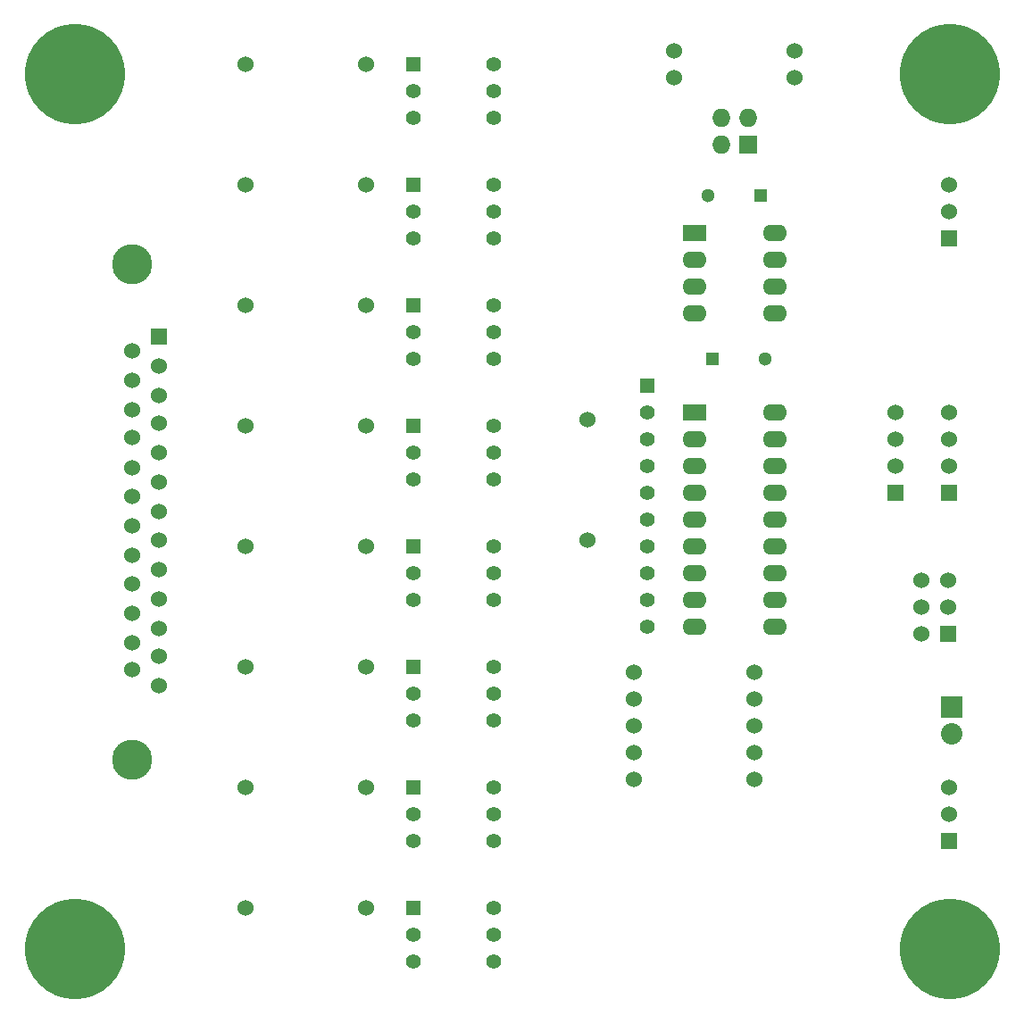
<source format=gbs>
G04 #@! TF.FileFunction,Soldermask,Bot*
%FSLAX46Y46*%
G04 Gerber Fmt 4.6, Leading zero omitted, Abs format (unit mm)*
G04 Created by KiCad (PCBNEW (after 2015-mar-04 BZR unknown)-product) date 4/26/2015 2:57:46 PM*
%MOMM*%
G01*
G04 APERTURE LIST*
%ADD10C,0.150000*%
%ADD11C,1.524000*%
%ADD12R,1.397000X1.397000*%
%ADD13C,1.397000*%
%ADD14C,3.810000*%
%ADD15R,1.524000X1.524000*%
%ADD16C,9.525000*%
%ADD17R,2.032000X2.032000*%
%ADD18O,2.032000X2.032000*%
%ADD19R,1.727200X1.727200*%
%ADD20O,1.727200X1.727200*%
%ADD21R,1.300000X1.300000*%
%ADD22C,1.300000*%
%ADD23R,2.286000X1.574800*%
%ADD24O,2.286000X1.574800*%
G04 APERTURE END LIST*
D10*
D11*
X177225000Y-142230000D03*
X188655000Y-142230000D03*
X177225000Y-165090000D03*
X188655000Y-165090000D03*
X177225000Y-153660000D03*
X188655000Y-153660000D03*
X177225000Y-130800000D03*
X188655000Y-130800000D03*
X177225000Y-119370000D03*
X188655000Y-119370000D03*
X177225000Y-107940000D03*
X188655000Y-107940000D03*
X177225000Y-96510000D03*
X188655000Y-96510000D03*
X177225000Y-85080000D03*
X188655000Y-85080000D03*
D12*
X193100000Y-85080000D03*
D13*
X193100000Y-87620000D03*
X193100000Y-90160000D03*
X200720000Y-90160000D03*
X200720000Y-87620000D03*
X200720000Y-85080000D03*
D12*
X193100000Y-165090000D03*
D13*
X193100000Y-167630000D03*
X193100000Y-170170000D03*
X200720000Y-170170000D03*
X200720000Y-167630000D03*
X200720000Y-165090000D03*
D12*
X193100000Y-153660000D03*
D13*
X193100000Y-156200000D03*
X193100000Y-158740000D03*
X200720000Y-158740000D03*
X200720000Y-156200000D03*
X200720000Y-153660000D03*
D12*
X193100000Y-142230000D03*
D13*
X193100000Y-144770000D03*
X193100000Y-147310000D03*
X200720000Y-147310000D03*
X200720000Y-144770000D03*
X200720000Y-142230000D03*
D12*
X193100000Y-130800000D03*
D13*
X193100000Y-133340000D03*
X193100000Y-135880000D03*
X200720000Y-135880000D03*
X200720000Y-133340000D03*
X200720000Y-130800000D03*
D12*
X193100000Y-119370000D03*
D13*
X193100000Y-121910000D03*
X193100000Y-124450000D03*
X200720000Y-124450000D03*
X200720000Y-121910000D03*
X200720000Y-119370000D03*
D12*
X193100000Y-107940000D03*
D13*
X193100000Y-110480000D03*
X193100000Y-113020000D03*
X200720000Y-113020000D03*
X200720000Y-110480000D03*
X200720000Y-107940000D03*
D12*
X193100000Y-96510000D03*
D13*
X193100000Y-99050000D03*
X193100000Y-101590000D03*
X200720000Y-101590000D03*
X200720000Y-99050000D03*
X200720000Y-96510000D03*
D14*
X166430000Y-104005000D03*
X166430000Y-150995000D03*
D11*
X168970000Y-144010000D03*
X168970000Y-141216000D03*
X168970000Y-138549000D03*
X168970000Y-135755000D03*
X168970000Y-132961000D03*
X168970000Y-130167000D03*
X168970000Y-127500000D03*
X168970000Y-124706000D03*
X168970000Y-121912000D03*
X168970000Y-119118000D03*
X168970000Y-116451000D03*
X168970000Y-113657000D03*
D15*
X168970000Y-110863000D03*
D11*
X166430000Y-142435200D03*
X166430000Y-139895200D03*
X166430000Y-137101200D03*
X166430000Y-134358000D03*
X166430000Y-131614800D03*
X166430000Y-128820800D03*
X166430000Y-126077600D03*
X166430000Y-123334400D03*
X166430000Y-120489600D03*
X166430000Y-117797200D03*
X166430000Y-115054000D03*
X166430000Y-112260000D03*
D15*
X243840000Y-139065000D03*
D11*
X241300000Y-139065000D03*
X243840000Y-136525000D03*
X241300000Y-136525000D03*
X243840000Y-133985000D03*
X241300000Y-133985000D03*
D12*
X215325000Y-115560000D03*
D13*
X215325000Y-118100000D03*
X215325000Y-120640000D03*
X215325000Y-123180000D03*
X215325000Y-125720000D03*
X215325000Y-128260000D03*
X215325000Y-130800000D03*
X215325000Y-133340000D03*
X215325000Y-135880000D03*
X215325000Y-138420000D03*
D15*
X238820000Y-125720000D03*
D11*
X238820000Y-123180000D03*
X238820000Y-120640000D03*
X238820000Y-118100000D03*
D16*
X244000000Y-169000000D03*
X244000000Y-86000000D03*
X161000000Y-169000000D03*
X161000000Y-86000000D03*
D15*
X243900000Y-125720000D03*
D11*
X243900000Y-123180000D03*
X243900000Y-120640000D03*
X243900000Y-118100000D03*
D15*
X243900000Y-158740000D03*
D11*
X243900000Y-156200000D03*
X243900000Y-153660000D03*
D15*
X243900000Y-101590000D03*
D11*
X243900000Y-99050000D03*
X243900000Y-96510000D03*
D17*
X244154000Y-146040000D03*
D18*
X244154000Y-148580000D03*
D11*
X214055000Y-145278000D03*
X225485000Y-145278000D03*
X214055000Y-147818000D03*
X225485000Y-147818000D03*
X214055000Y-150358000D03*
X225485000Y-150358000D03*
X209610000Y-118735000D03*
X209610000Y-130165000D03*
X214055000Y-142738000D03*
X225485000Y-142738000D03*
X214055000Y-152898000D03*
X225485000Y-152898000D03*
D19*
X224850000Y-92700000D03*
D20*
X222310000Y-92700000D03*
X224850000Y-90160000D03*
X222310000Y-90160000D03*
D11*
X229295000Y-83810000D03*
X217865000Y-83810000D03*
X229295000Y-86350000D03*
X217865000Y-86350000D03*
D21*
X226060000Y-97536000D03*
D22*
X221060000Y-97536000D03*
D21*
X221488000Y-113030000D03*
D22*
X226488000Y-113030000D03*
D23*
X219770000Y-101082000D03*
D24*
X219770000Y-103622000D03*
X219770000Y-106162000D03*
X219770000Y-108702000D03*
X227390000Y-108702000D03*
X227390000Y-106162000D03*
X227390000Y-103622000D03*
X227390000Y-101082000D03*
D23*
X219770000Y-118100000D03*
D24*
X219770000Y-120640000D03*
X219770000Y-123180000D03*
X219770000Y-125720000D03*
X219770000Y-128260000D03*
X219770000Y-130800000D03*
X219770000Y-133340000D03*
X219770000Y-135880000D03*
X219770000Y-138420000D03*
X227390000Y-138420000D03*
X227390000Y-135880000D03*
X227390000Y-133340000D03*
X227390000Y-130800000D03*
X227390000Y-128260000D03*
X227390000Y-125720000D03*
X227390000Y-123180000D03*
X227390000Y-120640000D03*
X227390000Y-118100000D03*
M02*

</source>
